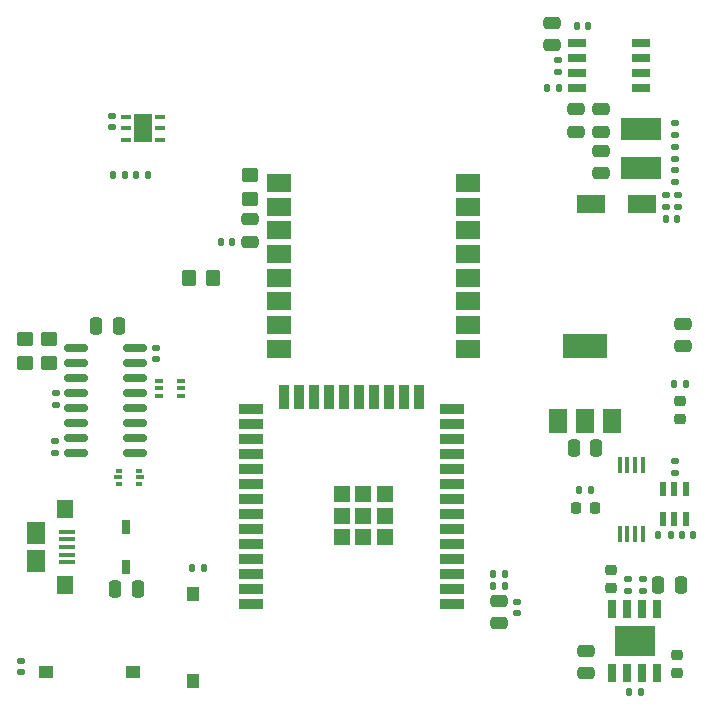
<source format=gbr>
%TF.GenerationSoftware,KiCad,Pcbnew,(6.0.0)*%
%TF.CreationDate,2022-04-27T19:52:18+01:00*%
%TF.ProjectId,flora,666c6f72-612e-46b6-9963-61645f706362,A*%
%TF.SameCoordinates,Original*%
%TF.FileFunction,Paste,Top*%
%TF.FilePolarity,Positive*%
%FSLAX46Y46*%
G04 Gerber Fmt 4.6, Leading zero omitted, Abs format (unit mm)*
G04 Created by KiCad (PCBNEW (6.0.0)) date 2022-04-27 19:52:18*
%MOMM*%
%LPD*%
G01*
G04 APERTURE LIST*
G04 Aperture macros list*
%AMRoundRect*
0 Rectangle with rounded corners*
0 $1 Rounding radius*
0 $2 $3 $4 $5 $6 $7 $8 $9 X,Y pos of 4 corners*
0 Add a 4 corners polygon primitive as box body*
4,1,4,$2,$3,$4,$5,$6,$7,$8,$9,$2,$3,0*
0 Add four circle primitives for the rounded corners*
1,1,$1+$1,$2,$3*
1,1,$1+$1,$4,$5*
1,1,$1+$1,$6,$7*
1,1,$1+$1,$8,$9*
0 Add four rect primitives between the rounded corners*
20,1,$1+$1,$2,$3,$4,$5,0*
20,1,$1+$1,$4,$5,$6,$7,0*
20,1,$1+$1,$6,$7,$8,$9,0*
20,1,$1+$1,$8,$9,$2,$3,0*%
G04 Aperture macros list end*
%ADD10RoundRect,0.250000X0.250000X0.475000X-0.250000X0.475000X-0.250000X-0.475000X0.250000X-0.475000X0*%
%ADD11RoundRect,0.135000X-0.135000X-0.185000X0.135000X-0.185000X0.135000X0.185000X-0.135000X0.185000X0*%
%ADD12RoundRect,0.140000X-0.170000X0.140000X-0.170000X-0.140000X0.170000X-0.140000X0.170000X0.140000X0*%
%ADD13RoundRect,0.250000X-0.475000X0.250000X-0.475000X-0.250000X0.475000X-0.250000X0.475000X0.250000X0*%
%ADD14R,0.750000X1.200000*%
%ADD15R,1.350000X0.400000*%
%ADD16R,1.400000X1.600000*%
%ADD17R,1.600000X1.900000*%
%ADD18RoundRect,0.250000X-0.250000X-0.475000X0.250000X-0.475000X0.250000X0.475000X-0.250000X0.475000X0*%
%ADD19RoundRect,0.140000X0.140000X0.170000X-0.140000X0.170000X-0.140000X-0.170000X0.140000X-0.170000X0*%
%ADD20R,1.500000X2.000000*%
%ADD21R,3.800000X2.000000*%
%ADD22RoundRect,0.250000X0.475000X-0.250000X0.475000X0.250000X-0.475000X0.250000X-0.475000X-0.250000X0*%
%ADD23RoundRect,0.135000X-0.185000X0.135000X-0.185000X-0.135000X0.185000X-0.135000X0.185000X0.135000X0*%
%ADD24RoundRect,0.218750X-0.256250X0.218750X-0.256250X-0.218750X0.256250X-0.218750X0.256250X0.218750X0*%
%ADD25RoundRect,0.135000X0.185000X-0.135000X0.185000X0.135000X-0.185000X0.135000X-0.185000X-0.135000X0*%
%ADD26R,0.450000X1.475000*%
%ADD27RoundRect,0.135000X0.135000X0.185000X-0.135000X0.185000X-0.135000X-0.185000X0.135000X-0.185000X0*%
%ADD28R,0.600000X1.200000*%
%ADD29R,0.850000X0.450000*%
%ADD30R,1.500000X2.400000*%
%ADD31RoundRect,0.140000X0.170000X-0.140000X0.170000X0.140000X-0.170000X0.140000X-0.170000X-0.140000X0*%
%ADD32R,1.200000X1.000000*%
%ADD33R,3.400000X1.900000*%
%ADD34RoundRect,0.250000X0.450000X-0.350000X0.450000X0.350000X-0.450000X0.350000X-0.450000X-0.350000X0*%
%ADD35RoundRect,0.250000X0.350000X0.450000X-0.350000X0.450000X-0.350000X-0.450000X0.350000X-0.450000X0*%
%ADD36R,0.650000X0.400000*%
%ADD37R,2.000000X0.900000*%
%ADD38R,0.900000X2.000000*%
%ADD39R,1.330000X1.330000*%
%ADD40R,2.350000X1.550000*%
%ADD41R,1.525000X0.700000*%
%ADD42R,0.700000X1.525000*%
%ADD43R,3.402000X2.513000*%
%ADD44RoundRect,0.218750X-0.218750X-0.256250X0.218750X-0.256250X0.218750X0.256250X-0.218750X0.256250X0*%
%ADD45R,1.000000X1.200000*%
%ADD46RoundRect,0.150000X-0.825000X-0.150000X0.825000X-0.150000X0.825000X0.150000X-0.825000X0.150000X0*%
%ADD47R,0.500000X0.375000*%
%ADD48R,0.650000X0.300000*%
%ADD49RoundRect,0.140000X-0.140000X-0.170000X0.140000X-0.170000X0.140000X0.170000X-0.140000X0.170000X0*%
%ADD50R,2.000000X1.500000*%
G04 APERTURE END LIST*
D10*
%TO.C,C21*%
X185650000Y-155450000D03*
X183750000Y-155450000D03*
%TD*%
D11*
%TO.C,R18*%
X223052500Y-147050000D03*
X224072500Y-147050000D03*
%TD*%
D12*
%TO.C,C17*%
X217750000Y-156470000D03*
X217750000Y-157430000D03*
%TD*%
D13*
%TO.C,C14*%
X224870000Y-118300000D03*
X224870000Y-120200000D03*
%TD*%
D14*
%TO.C,D4*%
X184700000Y-153550000D03*
X184700000Y-150150000D03*
%TD*%
D15*
%TO.C,J4*%
X179700000Y-150550000D03*
X179700000Y-151200000D03*
X179700000Y-151850000D03*
X179700000Y-152500000D03*
X179700000Y-153150000D03*
D16*
X179475000Y-148650000D03*
D17*
X177025000Y-150650000D03*
X177025000Y-153050000D03*
D16*
X179475000Y-155050000D03*
%TD*%
D18*
%TO.C,C6*%
X229750000Y-155050000D03*
X231650000Y-155050000D03*
%TD*%
D12*
%TO.C,C7*%
X230370000Y-122090000D03*
X230370000Y-123050000D03*
%TD*%
D19*
%TO.C,C11*%
X191250000Y-153650000D03*
X190290000Y-153650000D03*
%TD*%
D20*
%TO.C,U2*%
X221250000Y-141150000D03*
X223550000Y-141150000D03*
D21*
X223550000Y-134850000D03*
D20*
X225850000Y-141150000D03*
%TD*%
D22*
%TO.C,C1*%
X195200000Y-126000000D03*
X195200000Y-124100000D03*
%TD*%
D11*
%TO.C,R20*%
X183540000Y-120350000D03*
X184560000Y-120350000D03*
%TD*%
D23*
%TO.C,R10*%
X231170000Y-119940000D03*
X231170000Y-120960000D03*
%TD*%
%TO.C,R13*%
X178650000Y-142850000D03*
X178650000Y-143870000D03*
%TD*%
D12*
%TO.C,C23*%
X178730000Y-138850000D03*
X178730000Y-139810000D03*
%TD*%
D24*
%TO.C,D5*%
X231550000Y-139475000D03*
X231550000Y-141050000D03*
%TD*%
D23*
%TO.C,R12*%
X231170000Y-117950000D03*
X231170000Y-118970000D03*
%TD*%
D12*
%TO.C,C22*%
X187250000Y-135010000D03*
X187250000Y-135970000D03*
%TD*%
D25*
%TO.C,R6*%
X231370000Y-123070000D03*
X231370000Y-122050000D03*
%TD*%
D19*
%TO.C,C5*%
X231330000Y-124050000D03*
X230370000Y-124050000D03*
%TD*%
D25*
%TO.C,R4*%
X228450000Y-155560000D03*
X228450000Y-154540000D03*
%TD*%
D26*
%TO.C,IC4*%
X226475000Y-150788000D03*
X227125000Y-150788000D03*
X227775000Y-150788000D03*
X228425000Y-150788000D03*
X228425000Y-144912000D03*
X227775000Y-144912000D03*
X227125000Y-144912000D03*
X226475000Y-144912000D03*
%TD*%
D19*
%TO.C,C2*%
X193660000Y-126000000D03*
X192700000Y-126000000D03*
%TD*%
D22*
%TO.C,C15*%
X231850000Y-134850000D03*
X231850000Y-132950000D03*
%TD*%
D27*
%TO.C,R8*%
X230770000Y-150850000D03*
X229750000Y-150850000D03*
%TD*%
D28*
%TO.C,IC5*%
X232050000Y-146950000D03*
X231100000Y-146950000D03*
X230150000Y-146950000D03*
X230150000Y-149450000D03*
X231100000Y-149450000D03*
X232050000Y-149450000D03*
%TD*%
D29*
%TO.C,IC2*%
X187545000Y-117420000D03*
X187545000Y-116420000D03*
X187545000Y-115420000D03*
X184645000Y-115420000D03*
X184645000Y-116420000D03*
X184645000Y-117420000D03*
D30*
X186095000Y-116420000D03*
%TD*%
D22*
%TO.C,C20*%
X222770000Y-116700000D03*
X222770000Y-114800000D03*
%TD*%
D31*
%TO.C,C25*%
X183450000Y-116330000D03*
X183450000Y-115370000D03*
%TD*%
D32*
%TO.C,S1*%
X185300000Y-162450000D03*
X177900000Y-162450000D03*
%TD*%
D33*
%TO.C,L1*%
X228270000Y-119750000D03*
X228270000Y-116450000D03*
%TD*%
D13*
%TO.C,C3*%
X223650000Y-160650000D03*
X223650000Y-162550000D03*
%TD*%
D10*
%TO.C,C13*%
X224500000Y-143500000D03*
X222600000Y-143500000D03*
%TD*%
D22*
%TO.C,C19*%
X224870000Y-116700000D03*
X224870000Y-114800000D03*
%TD*%
D34*
%TO.C,R15*%
X176150000Y-136270000D03*
X176150000Y-134270000D03*
%TD*%
D19*
%TO.C,C8*%
X221310000Y-112950000D03*
X220350000Y-112950000D03*
%TD*%
D13*
%TO.C,C16*%
X216250000Y-156430000D03*
X216250000Y-158330000D03*
%TD*%
D35*
%TO.C,R2*%
X192000000Y-129050000D03*
X190000000Y-129050000D03*
%TD*%
D27*
%TO.C,R16*%
X216760000Y-155130000D03*
X215740000Y-155130000D03*
%TD*%
%TO.C,R19*%
X186560000Y-120350000D03*
X185540000Y-120350000D03*
%TD*%
D23*
%TO.C,R7*%
X231150000Y-144540000D03*
X231150000Y-145560000D03*
%TD*%
D36*
%TO.C,Q1*%
X187450000Y-137770000D03*
X187450000Y-138420000D03*
X187450000Y-139070000D03*
X189350000Y-139070000D03*
X189350000Y-138420000D03*
X189350000Y-137770000D03*
%TD*%
D24*
%TO.C,D2*%
X231350000Y-160975000D03*
X231350000Y-162550000D03*
%TD*%
D22*
%TO.C,C18*%
X220750000Y-109350000D03*
X220750000Y-107450000D03*
%TD*%
D37*
%TO.C,IC1*%
X212250000Y-156690000D03*
X212250000Y-155420000D03*
X212250000Y-154150000D03*
X212250000Y-152880000D03*
X212250000Y-151610000D03*
X212250000Y-150340000D03*
X212250000Y-149070000D03*
X212250000Y-147800000D03*
X212250000Y-146530000D03*
X212250000Y-145260000D03*
X212250000Y-143990000D03*
X212250000Y-142720000D03*
X212250000Y-141450000D03*
X212250000Y-140180000D03*
D38*
X209465000Y-139180000D03*
X208195000Y-139180000D03*
X206925000Y-139180000D03*
X205655000Y-139180000D03*
X204385000Y-139180000D03*
X203115000Y-139180000D03*
X201845000Y-139180000D03*
X200575000Y-139180000D03*
X199305000Y-139180000D03*
X198035000Y-139180000D03*
D37*
X195250000Y-140180000D03*
X195250000Y-141450000D03*
X195250000Y-142720000D03*
X195250000Y-143990000D03*
X195250000Y-145260000D03*
X195250000Y-146530000D03*
X195250000Y-147800000D03*
X195250000Y-149070000D03*
X195250000Y-150340000D03*
X195250000Y-151610000D03*
X195250000Y-152880000D03*
X195250000Y-154150000D03*
X195250000Y-155420000D03*
X195250000Y-156690000D03*
D39*
X206585000Y-151025000D03*
X204750000Y-151025000D03*
X202915000Y-151025000D03*
X206585000Y-149190000D03*
X204750000Y-149190000D03*
X202915000Y-149190000D03*
X206585000Y-147355000D03*
X204750000Y-147355000D03*
X202915000Y-147355000D03*
%TD*%
D40*
%TO.C,D3*%
X228320000Y-122850000D03*
X224020000Y-122850000D03*
%TD*%
D27*
%TO.C,R17*%
X232060000Y-138062500D03*
X231040000Y-138062500D03*
%TD*%
D10*
%TO.C,C24*%
X184050000Y-133170000D03*
X182150000Y-133170000D03*
%TD*%
D34*
%TO.C,R1*%
X195200000Y-122400000D03*
X195200000Y-120400000D03*
%TD*%
D23*
%TO.C,R9*%
X231170000Y-115940000D03*
X231170000Y-116960000D03*
%TD*%
D41*
%TO.C,IC6*%
X222838000Y-109145000D03*
X222838000Y-110415000D03*
X222838000Y-111685000D03*
X222838000Y-112955000D03*
X228262000Y-112955000D03*
X228262000Y-111685000D03*
X228262000Y-110415000D03*
X228262000Y-109145000D03*
%TD*%
D42*
%TO.C,IC3*%
X225845000Y-162562000D03*
X227115000Y-162562000D03*
X228385000Y-162562000D03*
X229655000Y-162562000D03*
X229655000Y-157138000D03*
X228385000Y-157138000D03*
X227115000Y-157138000D03*
X225845000Y-157138000D03*
D43*
X227750000Y-159850000D03*
%TD*%
D23*
%TO.C,R11*%
X221250000Y-110630000D03*
X221250000Y-111650000D03*
%TD*%
D34*
%TO.C,R14*%
X178150000Y-136270000D03*
X178150000Y-134270000D03*
%TD*%
D25*
%TO.C,R3*%
X227150000Y-155560000D03*
X227150000Y-154540000D03*
%TD*%
D44*
%TO.C,D6*%
X222775000Y-148550000D03*
X224350000Y-148550000D03*
%TD*%
D45*
%TO.C,S2*%
X190350000Y-163200000D03*
X190350000Y-155800000D03*
%TD*%
D12*
%TO.C,C4*%
X175750000Y-161470000D03*
X175750000Y-162430000D03*
%TD*%
D46*
%TO.C,U4*%
X180475000Y-135025000D03*
X180475000Y-136295000D03*
X180475000Y-137565000D03*
X180475000Y-138835000D03*
X180475000Y-140105000D03*
X180475000Y-141375000D03*
X180475000Y-142645000D03*
X180475000Y-143915000D03*
X185425000Y-143915000D03*
X185425000Y-142645000D03*
X185425000Y-141375000D03*
X185425000Y-140105000D03*
X185425000Y-138835000D03*
X185425000Y-137565000D03*
X185425000Y-136295000D03*
X185425000Y-135025000D03*
%TD*%
D24*
%TO.C,D1*%
X225750000Y-153775000D03*
X225750000Y-155350000D03*
%TD*%
D27*
%TO.C,R5*%
X228270000Y-164150000D03*
X227250000Y-164150000D03*
%TD*%
D47*
%TO.C,U3*%
X185800000Y-146487500D03*
D48*
X185875000Y-145950000D03*
D47*
X185800000Y-145412500D03*
X184100000Y-145412500D03*
D48*
X184025000Y-145950000D03*
D47*
X184100000Y-146487500D03*
%TD*%
D49*
%TO.C,C12*%
X215770000Y-154130000D03*
X216730000Y-154130000D03*
%TD*%
%TO.C,C9*%
X231750000Y-150850000D03*
X232710000Y-150850000D03*
%TD*%
D50*
%TO.C,U1*%
X197600000Y-121050000D03*
X197600000Y-123050000D03*
X197600000Y-125050000D03*
X197600000Y-127050000D03*
X197600000Y-129050000D03*
X197600000Y-131050000D03*
X197600000Y-133050000D03*
X197600000Y-135050000D03*
X213600000Y-135050000D03*
X213600000Y-133050000D03*
X213600000Y-131050000D03*
X213600000Y-129050000D03*
X213600000Y-127050000D03*
X213600000Y-125050000D03*
X213600000Y-123050000D03*
X213600000Y-121050000D03*
%TD*%
D49*
%TO.C,C10*%
X222850000Y-107750000D03*
X223810000Y-107750000D03*
%TD*%
M02*

</source>
